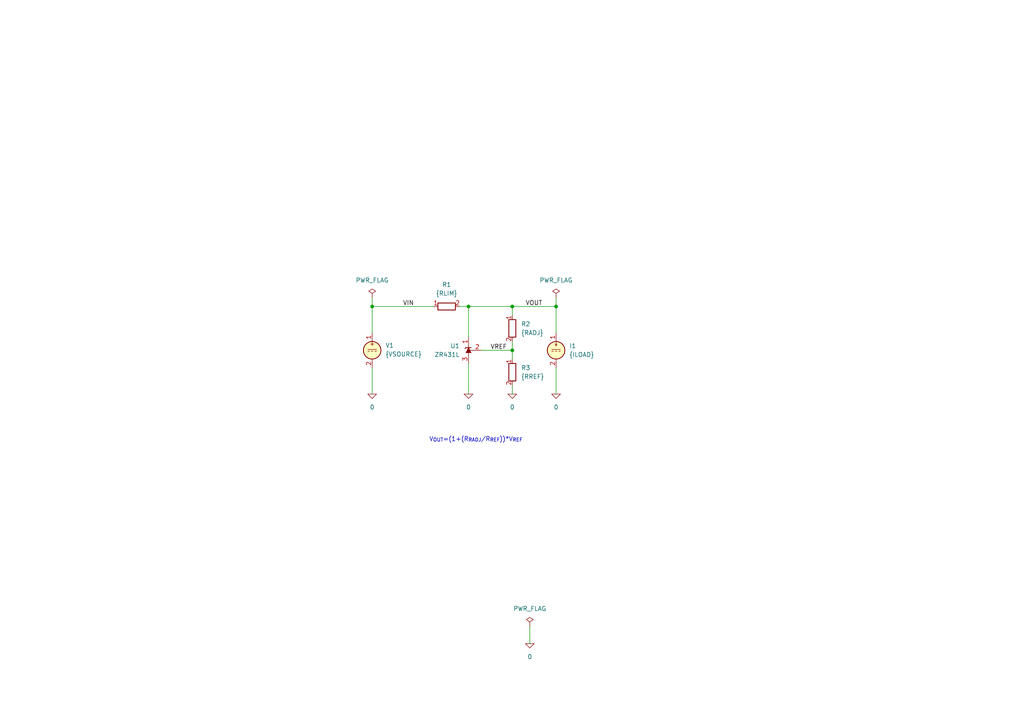
<source format=kicad_sch>
(kicad_sch
	(version 20231120)
	(generator "eeschema")
	(generator_version "8.0")
	(uuid "1e7c1e2c-3b3b-4682-886c-11b8a02d5604")
	(paper "A4")
	(title_block
		(title "Output shunt regulator")
		(date "2024-12-26")
		(rev "2")
		(company "astroelectronic@")
		(comment 1 "-")
		(comment 2 "-")
		(comment 3 "-")
		(comment 4 "AE01020412")
	)
	(lib_symbols
		(symbol "R_1"
			(pin_names
				(offset 0) hide)
			(exclude_from_sim no)
			(in_bom yes)
			(on_board yes)
			(property "Reference" "R"
				(at 2.032 0 90)
				(effects
					(font
						(size 1.27 1.27)
					)
				)
			)
			(property "Value" "R"
				(at 0 0 90)
				(effects
					(font
						(size 1.27 1.27)
					)
				)
			)
			(property "Footprint" ""
				(at -1.778 0 90)
				(effects
					(font
						(size 1.27 1.27)
					)
					(hide yes)
				)
			)
			(property "Datasheet" "~"
				(at 0 0 0)
				(effects
					(font
						(size 1.27 1.27)
					)
					(hide yes)
				)
			)
			(property "Description" "Resistor"
				(at 0 0 0)
				(effects
					(font
						(size 1.27 1.27)
					)
					(hide yes)
				)
			)
			(property "ki_keywords" "R res resistor"
				(at 0 0 0)
				(effects
					(font
						(size 1.27 1.27)
					)
					(hide yes)
				)
			)
			(property "ki_fp_filters" "R_*"
				(at 0 0 0)
				(effects
					(font
						(size 1.27 1.27)
					)
					(hide yes)
				)
			)
			(symbol "R_1_0_1"
				(rectangle
					(start -1.016 -2.54)
					(end 1.016 2.54)
					(stroke
						(width 0.254)
						(type default)
					)
					(fill
						(type none)
					)
				)
			)
			(symbol "R_1_1_1"
				(pin passive line
					(at 0 3.81 270)
					(length 1.27)
					(name "~"
						(effects
							(font
								(size 1.27 1.27)
							)
						)
					)
					(number "1"
						(effects
							(font
								(size 1.27 1.27)
							)
						)
					)
				)
				(pin passive line
					(at 0 -3.81 90)
					(length 1.27)
					(name "~"
						(effects
							(font
								(size 1.27 1.27)
							)
						)
					)
					(number "2"
						(effects
							(font
								(size 1.27 1.27)
							)
						)
					)
				)
			)
		)
		(symbol "R_2"
			(pin_names
				(offset 0) hide)
			(exclude_from_sim no)
			(in_bom yes)
			(on_board yes)
			(property "Reference" "R"
				(at 2.032 0 90)
				(effects
					(font
						(size 1.27 1.27)
					)
				)
			)
			(property "Value" "R"
				(at 0 0 90)
				(effects
					(font
						(size 1.27 1.27)
					)
				)
			)
			(property "Footprint" ""
				(at -1.778 0 90)
				(effects
					(font
						(size 1.27 1.27)
					)
					(hide yes)
				)
			)
			(property "Datasheet" "~"
				(at 0 0 0)
				(effects
					(font
						(size 1.27 1.27)
					)
					(hide yes)
				)
			)
			(property "Description" "Resistor"
				(at 0 0 0)
				(effects
					(font
						(size 1.27 1.27)
					)
					(hide yes)
				)
			)
			(property "ki_keywords" "R res resistor"
				(at 0 0 0)
				(effects
					(font
						(size 1.27 1.27)
					)
					(hide yes)
				)
			)
			(property "ki_fp_filters" "R_*"
				(at 0 0 0)
				(effects
					(font
						(size 1.27 1.27)
					)
					(hide yes)
				)
			)
			(symbol "R_2_0_1"
				(rectangle
					(start -1.016 -2.54)
					(end 1.016 2.54)
					(stroke
						(width 0.254)
						(type default)
					)
					(fill
						(type none)
					)
				)
			)
			(symbol "R_2_1_1"
				(pin passive line
					(at 0 3.81 270)
					(length 1.27)
					(name "~"
						(effects
							(font
								(size 1.27 1.27)
							)
						)
					)
					(number "1"
						(effects
							(font
								(size 1.27 1.27)
							)
						)
					)
				)
				(pin passive line
					(at 0 -3.81 90)
					(length 1.27)
					(name "~"
						(effects
							(font
								(size 1.27 1.27)
							)
						)
					)
					(number "2"
						(effects
							(font
								(size 1.27 1.27)
							)
						)
					)
				)
			)
		)
		(symbol "ZR431L:0"
			(power)
			(pin_names
				(offset 0)
			)
			(exclude_from_sim no)
			(in_bom yes)
			(on_board yes)
			(property "Reference" "#GND"
				(at 0 -2.54 0)
				(effects
					(font
						(size 1.27 1.27)
					)
					(hide yes)
				)
			)
			(property "Value" "0"
				(at 0 -1.778 0)
				(effects
					(font
						(size 1.27 1.27)
					)
				)
			)
			(property "Footprint" ""
				(at 0 0 0)
				(effects
					(font
						(size 1.27 1.27)
					)
					(hide yes)
				)
			)
			(property "Datasheet" "~"
				(at 0 0 0)
				(effects
					(font
						(size 1.27 1.27)
					)
					(hide yes)
				)
			)
			(property "Description" "0V reference potential for simulation"
				(at 0 0 0)
				(effects
					(font
						(size 1.27 1.27)
					)
					(hide yes)
				)
			)
			(property "ki_keywords" "simulation"
				(at 0 0 0)
				(effects
					(font
						(size 1.27 1.27)
					)
					(hide yes)
				)
			)
			(symbol "0_0_1"
				(polyline
					(pts
						(xy -1.27 0) (xy 0 -1.27) (xy 1.27 0) (xy -1.27 0)
					)
					(stroke
						(width 0)
						(type default)
					)
					(fill
						(type none)
					)
				)
			)
			(symbol "0_1_1"
				(pin power_in line
					(at 0 0 0)
					(length 0) hide
					(name "0"
						(effects
							(font
								(size 1.016 1.016)
							)
						)
					)
					(number "1"
						(effects
							(font
								(size 1.016 1.016)
							)
						)
					)
				)
			)
		)
		(symbol "ZR431L:IDC"
			(pin_names
				(offset 0.0254) hide)
			(exclude_from_sim no)
			(in_bom yes)
			(on_board yes)
			(property "Reference" "I"
				(at 2.54 2.54 0)
				(effects
					(font
						(size 1.27 1.27)
					)
					(justify left)
				)
			)
			(property "Value" "1"
				(at 2.54 0 0)
				(effects
					(font
						(size 1.27 1.27)
					)
					(justify left)
				)
			)
			(property "Footprint" ""
				(at 0 0 0)
				(effects
					(font
						(size 1.27 1.27)
					)
					(hide yes)
				)
			)
			(property "Datasheet" "~"
				(at 0 0 0)
				(effects
					(font
						(size 1.27 1.27)
					)
					(hide yes)
				)
			)
			(property "Description" "Current source, DC"
				(at 0 0 0)
				(effects
					(font
						(size 1.27 1.27)
					)
					(hide yes)
				)
			)
			(property "Sim.Pins" "1=+ 2=-"
				(at 0 0 0)
				(effects
					(font
						(size 1.27 1.27)
					)
					(hide yes)
				)
			)
			(property "Sim.Type" "DC"
				(at 0 0 0)
				(effects
					(font
						(size 1.27 1.27)
					)
					(hide yes)
				)
			)
			(property "Sim.Device" "I"
				(at 0 0 0)
				(effects
					(font
						(size 1.27 1.27)
					)
					(justify left)
					(hide yes)
				)
			)
			(property "Spice_Netlist_Enabled" "Y"
				(at 0 0 0)
				(effects
					(font
						(size 1.27 1.27)
					)
					(justify left)
					(hide yes)
				)
			)
			(property "ki_keywords" "simulation"
				(at 0 0 0)
				(effects
					(font
						(size 1.27 1.27)
					)
					(hide yes)
				)
			)
			(symbol "IDC_0_0"
				(polyline
					(pts
						(xy -1.27 0.254) (xy 1.27 0.254)
					)
					(stroke
						(width 0)
						(type default)
					)
					(fill
						(type none)
					)
				)
				(polyline
					(pts
						(xy -0.762 -0.254) (xy -1.27 -0.254)
					)
					(stroke
						(width 0)
						(type default)
					)
					(fill
						(type none)
					)
				)
				(polyline
					(pts
						(xy 0.254 -0.254) (xy -0.254 -0.254)
					)
					(stroke
						(width 0)
						(type default)
					)
					(fill
						(type none)
					)
				)
				(polyline
					(pts
						(xy 1.27 -0.254) (xy 0.762 -0.254)
					)
					(stroke
						(width 0)
						(type default)
					)
					(fill
						(type none)
					)
				)
			)
			(symbol "IDC_0_1"
				(polyline
					(pts
						(xy 0 1.27) (xy 0 2.286)
					)
					(stroke
						(width 0)
						(type default)
					)
					(fill
						(type none)
					)
				)
				(polyline
					(pts
						(xy -0.254 1.778) (xy 0 1.27) (xy 0.254 1.778)
					)
					(stroke
						(width 0)
						(type default)
					)
					(fill
						(type none)
					)
				)
				(circle
					(center 0 0)
					(radius 2.54)
					(stroke
						(width 0.254)
						(type default)
					)
					(fill
						(type background)
					)
				)
			)
			(symbol "IDC_1_1"
				(pin passive line
					(at 0 5.08 270)
					(length 2.54)
					(name "~"
						(effects
							(font
								(size 1.27 1.27)
							)
						)
					)
					(number "1"
						(effects
							(font
								(size 1.27 1.27)
							)
						)
					)
				)
				(pin passive line
					(at 0 -5.08 90)
					(length 2.54)
					(name "~"
						(effects
							(font
								(size 1.27 1.27)
							)
						)
					)
					(number "2"
						(effects
							(font
								(size 1.27 1.27)
							)
						)
					)
				)
			)
		)
		(symbol "ZR431L:PWR_FLAG"
			(power)
			(pin_numbers hide)
			(pin_names
				(offset 0) hide)
			(exclude_from_sim no)
			(in_bom yes)
			(on_board yes)
			(property "Reference" "#FLG"
				(at 0 1.905 0)
				(effects
					(font
						(size 1.27 1.27)
					)
					(hide yes)
				)
			)
			(property "Value" "PWR_FLAG"
				(at 0 3.81 0)
				(effects
					(font
						(size 1.27 1.27)
					)
				)
			)
			(property "Footprint" ""
				(at 0 0 0)
				(effects
					(font
						(size 1.27 1.27)
					)
					(hide yes)
				)
			)
			(property "Datasheet" "~"
				(at 0 0 0)
				(effects
					(font
						(size 1.27 1.27)
					)
					(hide yes)
				)
			)
			(property "Description" "Special symbol for telling ERC where power comes from"
				(at 0 0 0)
				(effects
					(font
						(size 1.27 1.27)
					)
					(hide yes)
				)
			)
			(property "ki_keywords" "power-flag"
				(at 0 0 0)
				(effects
					(font
						(size 1.27 1.27)
					)
					(hide yes)
				)
			)
			(symbol "PWR_FLAG_0_0"
				(pin power_out line
					(at 0 0 90)
					(length 0)
					(name "pwr"
						(effects
							(font
								(size 1.27 1.27)
							)
						)
					)
					(number "1"
						(effects
							(font
								(size 1.27 1.27)
							)
						)
					)
				)
			)
			(symbol "PWR_FLAG_0_1"
				(polyline
					(pts
						(xy 0 0) (xy 0 1.27) (xy -1.016 1.905) (xy 0 2.54) (xy 1.016 1.905) (xy 0 1.27)
					)
					(stroke
						(width 0)
						(type default)
					)
					(fill
						(type none)
					)
				)
			)
		)
		(symbol "ZR431L:R"
			(pin_names
				(offset 0) hide)
			(exclude_from_sim no)
			(in_bom yes)
			(on_board yes)
			(property "Reference" "R"
				(at 2.032 0 90)
				(effects
					(font
						(size 1.27 1.27)
					)
				)
			)
			(property "Value" "R"
				(at 0 0 90)
				(effects
					(font
						(size 1.27 1.27)
					)
				)
			)
			(property "Footprint" ""
				(at -1.778 0 90)
				(effects
					(font
						(size 1.27 1.27)
					)
					(hide yes)
				)
			)
			(property "Datasheet" "~"
				(at 0 0 0)
				(effects
					(font
						(size 1.27 1.27)
					)
					(hide yes)
				)
			)
			(property "Description" "Resistor"
				(at 0 0 0)
				(effects
					(font
						(size 1.27 1.27)
					)
					(hide yes)
				)
			)
			(property "ki_keywords" "R res resistor"
				(at 0 0 0)
				(effects
					(font
						(size 1.27 1.27)
					)
					(hide yes)
				)
			)
			(property "ki_fp_filters" "R_*"
				(at 0 0 0)
				(effects
					(font
						(size 1.27 1.27)
					)
					(hide yes)
				)
			)
			(symbol "R_0_1"
				(rectangle
					(start -1.016 -2.54)
					(end 1.016 2.54)
					(stroke
						(width 0.254)
						(type default)
					)
					(fill
						(type none)
					)
				)
			)
			(symbol "R_1_1"
				(pin passive line
					(at 0 3.81 270)
					(length 1.27)
					(name "~"
						(effects
							(font
								(size 1.27 1.27)
							)
						)
					)
					(number "1"
						(effects
							(font
								(size 1.27 1.27)
							)
						)
					)
				)
				(pin passive line
					(at 0 -3.81 90)
					(length 1.27)
					(name "~"
						(effects
							(font
								(size 1.27 1.27)
							)
						)
					)
					(number "2"
						(effects
							(font
								(size 1.27 1.27)
							)
						)
					)
				)
			)
		)
		(symbol "ZR431L:VDC"
			(pin_names
				(offset 0.0254) hide)
			(exclude_from_sim no)
			(in_bom yes)
			(on_board yes)
			(property "Reference" "V"
				(at 2.54 2.54 0)
				(effects
					(font
						(size 1.27 1.27)
					)
					(justify left)
				)
			)
			(property "Value" "1"
				(at 2.54 0 0)
				(effects
					(font
						(size 1.27 1.27)
					)
					(justify left)
				)
			)
			(property "Footprint" ""
				(at 0 0 0)
				(effects
					(font
						(size 1.27 1.27)
					)
					(hide yes)
				)
			)
			(property "Datasheet" "~"
				(at 0 0 0)
				(effects
					(font
						(size 1.27 1.27)
					)
					(hide yes)
				)
			)
			(property "Description" "Voltage source, DC"
				(at 0 0 0)
				(effects
					(font
						(size 1.27 1.27)
					)
					(hide yes)
				)
			)
			(property "Sim.Pins" "1=+ 2=-"
				(at 0 0 0)
				(effects
					(font
						(size 1.27 1.27)
					)
					(hide yes)
				)
			)
			(property "Sim.Type" "DC"
				(at 0 0 0)
				(effects
					(font
						(size 1.27 1.27)
					)
					(hide yes)
				)
			)
			(property "Sim.Device" "V"
				(at 0 0 0)
				(effects
					(font
						(size 1.27 1.27)
					)
					(justify left)
					(hide yes)
				)
			)
			(property "Spice_Netlist_Enabled" "Y"
				(at 0 0 0)
				(effects
					(font
						(size 1.27 1.27)
					)
					(justify left)
					(hide yes)
				)
			)
			(property "ki_keywords" "simulation"
				(at 0 0 0)
				(effects
					(font
						(size 1.27 1.27)
					)
					(hide yes)
				)
			)
			(symbol "VDC_0_0"
				(polyline
					(pts
						(xy -1.27 0.254) (xy 1.27 0.254)
					)
					(stroke
						(width 0)
						(type default)
					)
					(fill
						(type none)
					)
				)
				(polyline
					(pts
						(xy -0.762 -0.254) (xy -1.27 -0.254)
					)
					(stroke
						(width 0)
						(type default)
					)
					(fill
						(type none)
					)
				)
				(polyline
					(pts
						(xy 0.254 -0.254) (xy -0.254 -0.254)
					)
					(stroke
						(width 0)
						(type default)
					)
					(fill
						(type none)
					)
				)
				(polyline
					(pts
						(xy 1.27 -0.254) (xy 0.762 -0.254)
					)
					(stroke
						(width 0)
						(type default)
					)
					(fill
						(type none)
					)
				)
				(text "+"
					(at 0 1.905 0)
					(effects
						(font
							(size 1.27 1.27)
						)
					)
				)
			)
			(symbol "VDC_0_1"
				(circle
					(center 0 0)
					(radius 2.54)
					(stroke
						(width 0.254)
						(type default)
					)
					(fill
						(type background)
					)
				)
			)
			(symbol "VDC_1_1"
				(pin passive line
					(at 0 5.08 270)
					(length 2.54)
					(name "~"
						(effects
							(font
								(size 1.27 1.27)
							)
						)
					)
					(number "1"
						(effects
							(font
								(size 1.27 1.27)
							)
						)
					)
				)
				(pin passive line
					(at 0 -5.08 90)
					(length 2.54)
					(name "~"
						(effects
							(font
								(size 1.27 1.27)
							)
						)
					)
					(number "2"
						(effects
							(font
								(size 1.27 1.27)
							)
						)
					)
				)
			)
		)
		(symbol "ZR431L:ZR431L"
			(pin_names hide)
			(exclude_from_sim no)
			(in_bom yes)
			(on_board yes)
			(property "Reference" "U"
				(at 0 -2.54 0)
				(effects
					(font
						(size 1.27 1.27)
					)
				)
			)
			(property "Value" "ZR431L"
				(at 0 -4.445 0)
				(effects
					(font
						(size 1.27 1.27)
					)
				)
			)
			(property "Footprint" ""
				(at 0 -6.35 0)
				(effects
					(font
						(size 1.27 1.27)
						(italic yes)
					)
					(hide yes)
				)
			)
			(property "Datasheet" "https://www.diodes.com/assets/Datasheets/ZR431L.pdf"
				(at 0 -6.35 0)
				(effects
					(font
						(size 1.27 1.27)
						(italic yes)
					)
					(hide yes)
				)
			)
			(property "Description" "Shunt Regulator, SOT-23, SOT-223"
				(at 0 0 0)
				(effects
					(font
						(size 1.27 1.27)
					)
					(hide yes)
				)
			)
			(property "ki_keywords" "diode device shunt regulator. Simulation."
				(at 0 0 0)
				(effects
					(font
						(size 1.27 1.27)
					)
					(hide yes)
				)
			)
			(property "ki_fp_filters" "SOIC?8*3.9x4.9mm*P1.27mm*"
				(at 0 0 0)
				(effects
					(font
						(size 1.27 1.27)
					)
					(hide yes)
				)
			)
			(symbol "ZR431L_0_1"
				(polyline
					(pts
						(xy -1.27 0) (xy 0 0) (xy 1.27 0)
					)
					(stroke
						(width 0)
						(type default)
					)
					(fill
						(type none)
					)
				)
				(polyline
					(pts
						(xy -0.762 0.762) (xy 0.762 0) (xy -0.762 -0.762)
					)
					(stroke
						(width 0)
						(type default)
					)
					(fill
						(type outline)
					)
				)
				(polyline
					(pts
						(xy 0.508 -1.016) (xy 0.762 -0.762) (xy 0.762 0.762) (xy 0.762 0.762)
					)
					(stroke
						(width 0.254)
						(type default)
					)
					(fill
						(type none)
					)
				)
			)
			(symbol "ZR431L_1_1"
				(polyline
					(pts
						(xy 0 1.27) (xy 0 0)
					)
					(stroke
						(width 0)
						(type default)
					)
					(fill
						(type none)
					)
				)
				(pin passive line
					(at 3.81 0 180)
					(length 2.54)
					(name "K"
						(effects
							(font
								(size 1.27 1.27)
							)
						)
					)
					(number "1"
						(effects
							(font
								(size 1.27 1.27)
							)
						)
					)
				)
				(pin passive line
					(at 0 3.81 270)
					(length 2.54)
					(name "REF"
						(effects
							(font
								(size 1.27 1.27)
							)
						)
					)
					(number "2"
						(effects
							(font
								(size 1.27 1.27)
							)
						)
					)
				)
				(pin passive line
					(at -3.81 0 0)
					(length 2.54)
					(name "A"
						(effects
							(font
								(size 1.27 1.27)
							)
						)
					)
					(number "3"
						(effects
							(font
								(size 1.27 1.27)
							)
						)
					)
				)
			)
		)
	)
	(junction
		(at 135.89 88.9)
		(diameter 0)
		(color 0 0 0 0)
		(uuid "23d0f7da-8034-463c-a9da-a41529b507a9")
	)
	(junction
		(at 107.95 88.9)
		(diameter 0)
		(color 0 0 0 0)
		(uuid "336a90f2-664f-4632-8cca-82fba2b6f845")
	)
	(junction
		(at 148.59 88.9)
		(diameter 0)
		(color 0 0 0 0)
		(uuid "5febab66-59b2-481e-9f20-b4e92d0d7c50")
	)
	(junction
		(at 161.29 88.9)
		(diameter 0)
		(color 0 0 0 0)
		(uuid "e0e68ce9-e915-43f8-b76e-1ed988ceda9d")
	)
	(junction
		(at 148.59 101.6)
		(diameter 0)
		(color 0 0 0 0)
		(uuid "e5bfcfef-4a98-4265-9acd-6cea09e213f7")
	)
	(wire
		(pts
			(xy 161.29 106.68) (xy 161.29 114.3)
		)
		(stroke
			(width 0)
			(type default)
		)
		(uuid "0321bad2-9b19-41d9-af10-767c31fc6a13")
	)
	(wire
		(pts
			(xy 135.89 88.9) (xy 148.59 88.9)
		)
		(stroke
			(width 0)
			(type default)
		)
		(uuid "215d0783-d995-44a3-b052-2c6f83a64a4b")
	)
	(wire
		(pts
			(xy 161.29 86.36) (xy 161.29 88.9)
		)
		(stroke
			(width 0)
			(type default)
		)
		(uuid "3911c4da-672d-4d1f-ac7e-33660cb0c008")
	)
	(wire
		(pts
			(xy 161.29 88.9) (xy 148.59 88.9)
		)
		(stroke
			(width 0)
			(type default)
		)
		(uuid "4c8b6998-09ea-4e4e-923f-51e54a599fbf")
	)
	(wire
		(pts
			(xy 107.95 106.68) (xy 107.95 114.3)
		)
		(stroke
			(width 0)
			(type default)
		)
		(uuid "508d25d5-6748-4044-9d79-8c198e80f67b")
	)
	(wire
		(pts
			(xy 148.59 101.6) (xy 148.59 104.14)
		)
		(stroke
			(width 0)
			(type default)
		)
		(uuid "51044f7b-2afc-4b99-ae2e-00a07116c3ff")
	)
	(wire
		(pts
			(xy 148.59 101.6) (xy 148.59 99.06)
		)
		(stroke
			(width 0)
			(type default)
		)
		(uuid "6965cbb1-252c-4c32-9a56-9e7713ed099d")
	)
	(wire
		(pts
			(xy 148.59 88.9) (xy 148.59 91.44)
		)
		(stroke
			(width 0)
			(type default)
		)
		(uuid "6cde6c15-ba90-45ea-b6f2-5bac5bc8606b")
	)
	(wire
		(pts
			(xy 107.95 88.9) (xy 125.73 88.9)
		)
		(stroke
			(width 0)
			(type default)
		)
		(uuid "6eaa0be0-6c89-4bcc-8b81-e07de7c3f0a0")
	)
	(wire
		(pts
			(xy 139.7 101.6) (xy 148.59 101.6)
		)
		(stroke
			(width 0)
			(type default)
		)
		(uuid "86d8edb8-c410-40ef-837a-c2ddf123f8a0")
	)
	(wire
		(pts
			(xy 107.95 86.36) (xy 107.95 88.9)
		)
		(stroke
			(width 0)
			(type default)
		)
		(uuid "a86a10c3-cab0-4f90-82e0-6e5c8749737d")
	)
	(wire
		(pts
			(xy 148.59 111.76) (xy 148.59 114.3)
		)
		(stroke
			(width 0)
			(type default)
		)
		(uuid "c6b2a491-8ae1-4688-b69c-c7800d4179d5")
	)
	(wire
		(pts
			(xy 135.89 88.9) (xy 135.89 97.79)
		)
		(stroke
			(width 0)
			(type default)
		)
		(uuid "cc067578-b4fa-4ddb-bd9a-86e17d829706")
	)
	(wire
		(pts
			(xy 135.89 105.41) (xy 135.89 114.3)
		)
		(stroke
			(width 0)
			(type default)
		)
		(uuid "d20e8533-bb44-495d-995b-7805f52a355a")
	)
	(wire
		(pts
			(xy 161.29 96.52) (xy 161.29 88.9)
		)
		(stroke
			(width 0)
			(type default)
		)
		(uuid "e0b10ffa-313f-467e-a799-f1f62e0da9d0")
	)
	(wire
		(pts
			(xy 153.67 181.61) (xy 153.67 186.69)
		)
		(stroke
			(width 0)
			(type default)
		)
		(uuid "e8e50524-5d92-4bb3-94f5-f17b9ef3ac89")
	)
	(wire
		(pts
			(xy 107.95 88.9) (xy 107.95 96.52)
		)
		(stroke
			(width 0)
			(type default)
		)
		(uuid "f0066e1d-540a-4f76-8d11-9a217b75f9bd")
	)
	(wire
		(pts
			(xy 135.89 88.9) (xy 133.35 88.9)
		)
		(stroke
			(width 0)
			(type default)
		)
		(uuid "f8b067d3-6f87-44a0-840d-28a91152de9b")
	)
	(text "V_{OUT}=(1+(R_{RADJ}/R_{REF}))*V_{REF}"
		(exclude_from_sim no)
		(at 124.46 128.27 0)
		(effects
			(font
				(size 1.27 1.27)
			)
			(justify left bottom)
		)
		(uuid "ccd4da1f-9c6f-4cd8-984d-e78a1b9c582d")
	)
	(label "VREF"
		(at 142.24 101.6 0)
		(fields_autoplaced yes)
		(effects
			(font
				(size 1.27 1.27)
			)
			(justify left bottom)
		)
		(uuid "0c6813c9-44fb-4e67-a81d-1dd28c2e51ca")
	)
	(label "VIN"
		(at 116.84 88.9 0)
		(fields_autoplaced yes)
		(effects
			(font
				(size 1.27 1.27)
			)
			(justify left bottom)
		)
		(uuid "0ccd7bac-cdb2-4a68-a2e0-c4fbe09f904d")
	)
	(label "VOUT"
		(at 152.4 88.9 0)
		(fields_autoplaced yes)
		(effects
			(font
				(size 1.27 1.27)
			)
			(justify left bottom)
		)
		(uuid "84213ffe-2d82-477d-96e6-6fbc6744adf8")
	)
	(symbol
		(lib_id "ZR431L:R")
		(at 148.59 107.95 0)
		(unit 1)
		(exclude_from_sim no)
		(in_bom yes)
		(on_board yes)
		(dnp no)
		(fields_autoplaced yes)
		(uuid "075cde2f-6f67-4e9e-8801-4b794c6a2f60")
		(property "Reference" "R3"
			(at 151.13 106.6799 0)
			(effects
				(font
					(size 1.27 1.27)
				)
				(justify left)
			)
		)
		(property "Value" "{RREF}"
			(at 151.13 109.2199 0)
			(effects
				(font
					(size 1.27 1.27)
				)
				(justify left)
			)
		)
		(property "Footprint" ""
			(at 146.812 107.95 90)
			(effects
				(font
					(size 1.27 1.27)
				)
				(hide yes)
			)
		)
		(property "Datasheet" "~"
			(at 148.59 107.95 0)
			(effects
				(font
					(size 1.27 1.27)
				)
				(hide yes)
			)
		)
		(property "Description" ""
			(at 148.59 107.95 0)
			(effects
				(font
					(size 1.27 1.27)
				)
				(hide yes)
			)
		)
		(pin "1"
			(uuid "f5af63e5-7bba-4200-b81c-6d6f595d1956")
		)
		(pin "2"
			(uuid "98bcc999-d585-4cf2-b3d5-355986694e7b")
		)
		(instances
			(project ""
				(path "/1e7c1e2c-3b3b-4682-886c-11b8a02d5604"
					(reference "R3")
					(unit 1)
				)
			)
		)
	)
	(symbol
		(lib_name "R_1")
		(lib_id "ZR431L:R_1")
		(at 129.54 88.9 90)
		(unit 1)
		(exclude_from_sim no)
		(in_bom yes)
		(on_board yes)
		(dnp no)
		(fields_autoplaced yes)
		(uuid "088b7fb5-d0e8-4ccf-8df6-eb81aab07f47")
		(property "Reference" "R1"
			(at 129.54 82.55 90)
			(effects
				(font
					(size 1.27 1.27)
				)
			)
		)
		(property "Value" "{RLIM}"
			(at 129.54 85.09 90)
			(effects
				(font
					(size 1.27 1.27)
				)
			)
		)
		(property "Footprint" ""
			(at 129.54 90.678 90)
			(effects
				(font
					(size 1.27 1.27)
				)
				(hide yes)
			)
		)
		(property "Datasheet" "~"
			(at 129.54 88.9 0)
			(effects
				(font
					(size 1.27 1.27)
				)
				(hide yes)
			)
		)
		(property "Description" ""
			(at 129.54 88.9 0)
			(effects
				(font
					(size 1.27 1.27)
				)
				(hide yes)
			)
		)
		(pin "1"
			(uuid "4d50fa86-570f-4ec7-8b57-ae1392113ad0")
		)
		(pin "2"
			(uuid "8a83eca8-fcaf-4b68-8a0b-6eae36d32d98")
		)
		(instances
			(project ""
				(path "/1e7c1e2c-3b3b-4682-886c-11b8a02d5604"
					(reference "R1")
					(unit 1)
				)
			)
		)
	)
	(symbol
		(lib_id "ZR431L:0")
		(at 135.89 114.3 0)
		(unit 1)
		(exclude_from_sim no)
		(in_bom yes)
		(on_board yes)
		(dnp no)
		(fields_autoplaced yes)
		(uuid "1f57e0b1-9d4c-470b-9506-30f90f849962")
		(property "Reference" "#GND0101"
			(at 135.89 116.84 0)
			(effects
				(font
					(size 1.27 1.27)
				)
				(hide yes)
			)
		)
		(property "Value" "0"
			(at 135.89 118.11 0)
			(effects
				(font
					(size 1.27 1.27)
				)
			)
		)
		(property "Footprint" ""
			(at 135.89 114.3 0)
			(effects
				(font
					(size 1.27 1.27)
				)
				(hide yes)
			)
		)
		(property "Datasheet" "~"
			(at 135.89 114.3 0)
			(effects
				(font
					(size 1.27 1.27)
				)
				(hide yes)
			)
		)
		(property "Description" ""
			(at 135.89 114.3 0)
			(effects
				(font
					(size 1.27 1.27)
				)
				(hide yes)
			)
		)
		(pin "1"
			(uuid "1f3afeaa-058e-4106-89fa-ff57c74e1d3c")
		)
		(instances
			(project ""
				(path "/1e7c1e2c-3b3b-4682-886c-11b8a02d5604"
					(reference "#GND0101")
					(unit 1)
				)
			)
		)
	)
	(symbol
		(lib_id "ZR431L:0")
		(at 107.95 114.3 0)
		(unit 1)
		(exclude_from_sim no)
		(in_bom yes)
		(on_board yes)
		(dnp no)
		(fields_autoplaced yes)
		(uuid "41b938df-df3a-4087-b28b-2717c6d965ee")
		(property "Reference" "#GND0105"
			(at 107.95 116.84 0)
			(effects
				(font
					(size 1.27 1.27)
				)
				(hide yes)
			)
		)
		(property "Value" "0"
			(at 107.95 118.11 0)
			(effects
				(font
					(size 1.27 1.27)
				)
			)
		)
		(property "Footprint" ""
			(at 107.95 114.3 0)
			(effects
				(font
					(size 1.27 1.27)
				)
				(hide yes)
			)
		)
		(property "Datasheet" "~"
			(at 107.95 114.3 0)
			(effects
				(font
					(size 1.27 1.27)
				)
				(hide yes)
			)
		)
		(property "Description" ""
			(at 107.95 114.3 0)
			(effects
				(font
					(size 1.27 1.27)
				)
				(hide yes)
			)
		)
		(pin "1"
			(uuid "20f7ebe3-c76b-4b94-9177-0cbf83cf5b6a")
		)
		(instances
			(project ""
				(path "/1e7c1e2c-3b3b-4682-886c-11b8a02d5604"
					(reference "#GND0105")
					(unit 1)
				)
			)
		)
	)
	(symbol
		(lib_id "ZR431L:0")
		(at 153.67 186.69 0)
		(unit 1)
		(exclude_from_sim no)
		(in_bom yes)
		(on_board yes)
		(dnp no)
		(fields_autoplaced yes)
		(uuid "4cb259d9-5703-48b2-aaaa-e5b88ec54867")
		(property "Reference" "#GND0104"
			(at 153.67 189.23 0)
			(effects
				(font
					(size 1.27 1.27)
				)
				(hide yes)
			)
		)
		(property "Value" "0"
			(at 153.67 190.5 0)
			(effects
				(font
					(size 1.27 1.27)
				)
			)
		)
		(property "Footprint" ""
			(at 153.67 186.69 0)
			(effects
				(font
					(size 1.27 1.27)
				)
				(hide yes)
			)
		)
		(property "Datasheet" "~"
			(at 153.67 186.69 0)
			(effects
				(font
					(size 1.27 1.27)
				)
				(hide yes)
			)
		)
		(property "Description" ""
			(at 153.67 186.69 0)
			(effects
				(font
					(size 1.27 1.27)
				)
				(hide yes)
			)
		)
		(pin "1"
			(uuid "c4747220-e886-4331-a1e0-265be97fc370")
		)
		(instances
			(project ""
				(path "/1e7c1e2c-3b3b-4682-886c-11b8a02d5604"
					(reference "#GND0104")
					(unit 1)
				)
			)
		)
	)
	(symbol
		(lib_id "ZR431L:IDC")
		(at 161.29 101.6 0)
		(unit 1)
		(exclude_from_sim no)
		(in_bom yes)
		(on_board yes)
		(dnp no)
		(fields_autoplaced yes)
		(uuid "5d959b79-7c6b-4fef-9d19-bd7867f32600")
		(property "Reference" "I1"
			(at 165.1 100.3299 0)
			(effects
				(font
					(size 1.27 1.27)
				)
				(justify left)
			)
		)
		(property "Value" "{ILOAD}"
			(at 165.1 102.8699 0)
			(effects
				(font
					(size 1.27 1.27)
				)
				(justify left)
			)
		)
		(property "Footprint" ""
			(at 161.29 101.6 0)
			(effects
				(font
					(size 1.27 1.27)
				)
				(hide yes)
			)
		)
		(property "Datasheet" "~"
			(at 161.29 101.6 0)
			(effects
				(font
					(size 1.27 1.27)
				)
				(hide yes)
			)
		)
		(property "Description" ""
			(at 161.29 101.6 0)
			(effects
				(font
					(size 1.27 1.27)
				)
				(hide yes)
			)
		)
		(property "Sim.Device" "SPICE"
			(at 161.29 101.6 0)
			(effects
				(font
					(size 1.27 1.27)
				)
				(justify left)
				(hide yes)
			)
		)
		(property "Sim.Params" "type=\"I\" model=\"{ILOAD}\" lib=\"\""
			(at 0 0 0)
			(effects
				(font
					(size 1.27 1.27)
				)
				(hide yes)
			)
		)
		(property "Sim.Pins" "1=1 2=2"
			(at 0 0 0)
			(effects
				(font
					(size 1.27 1.27)
				)
				(hide yes)
			)
		)
		(pin "1"
			(uuid "d538a484-d5c8-4724-80a3-34e0eae26c37")
		)
		(pin "2"
			(uuid "76178952-9295-4a84-98f0-98a1539ac620")
		)
		(instances
			(project ""
				(path "/1e7c1e2c-3b3b-4682-886c-11b8a02d5604"
					(reference "I1")
					(unit 1)
				)
			)
		)
	)
	(symbol
		(lib_id "ZR431L:PWR_FLAG")
		(at 107.95 86.36 0)
		(unit 1)
		(exclude_from_sim no)
		(in_bom yes)
		(on_board yes)
		(dnp no)
		(fields_autoplaced yes)
		(uuid "612fbbda-2e54-4829-90af-e7d8b613e9ff")
		(property "Reference" "#FLG0101"
			(at 107.95 84.455 0)
			(effects
				(font
					(size 1.27 1.27)
				)
				(hide yes)
			)
		)
		(property "Value" "PWR_FLAG"
			(at 107.95 81.28 0)
			(effects
				(font
					(size 1.27 1.27)
				)
			)
		)
		(property "Footprint" ""
			(at 107.95 86.36 0)
			(effects
				(font
					(size 1.27 1.27)
				)
				(hide yes)
			)
		)
		(property "Datasheet" "~"
			(at 107.95 86.36 0)
			(effects
				(font
					(size 1.27 1.27)
				)
				(hide yes)
			)
		)
		(property "Description" ""
			(at 107.95 86.36 0)
			(effects
				(font
					(size 1.27 1.27)
				)
				(hide yes)
			)
		)
		(pin "1"
			(uuid "a94a3d29-b24a-417d-b096-fd7329b3655d")
		)
		(instances
			(project ""
				(path "/1e7c1e2c-3b3b-4682-886c-11b8a02d5604"
					(reference "#FLG0101")
					(unit 1)
				)
			)
		)
	)
	(symbol
		(lib_id "ZR431L:VDC")
		(at 107.95 101.6 0)
		(unit 1)
		(exclude_from_sim no)
		(in_bom yes)
		(on_board yes)
		(dnp no)
		(fields_autoplaced yes)
		(uuid "8fa7c268-3617-4662-8a90-c7d8577dd6e8")
		(property "Reference" "V1"
			(at 111.76 100.2001 0)
			(effects
				(font
					(size 1.27 1.27)
				)
				(justify left)
			)
		)
		(property "Value" "{VSOURCE}"
			(at 111.76 102.7401 0)
			(effects
				(font
					(size 1.27 1.27)
				)
				(justify left)
			)
		)
		(property "Footprint" ""
			(at 107.95 101.6 0)
			(effects
				(font
					(size 1.27 1.27)
				)
				(hide yes)
			)
		)
		(property "Datasheet" "~"
			(at 107.95 101.6 0)
			(effects
				(font
					(size 1.27 1.27)
				)
				(hide yes)
			)
		)
		(property "Description" ""
			(at 107.95 101.6 0)
			(effects
				(font
					(size 1.27 1.27)
				)
				(hide yes)
			)
		)
		(property "Sim.Device" "SPICE"
			(at 107.95 101.6 0)
			(effects
				(font
					(size 1.27 1.27)
				)
				(justify left)
				(hide yes)
			)
		)
		(property "Sim.Params" "type=\"V\" model=\"{VSOURCE}\" lib=\"\""
			(at 0 0 0)
			(effects
				(font
					(size 1.27 1.27)
				)
				(hide yes)
			)
		)
		(property "Sim.Pins" "1=1 2=2"
			(at 0 0 0)
			(effects
				(font
					(size 1.27 1.27)
				)
				(hide yes)
			)
		)
		(pin "1"
			(uuid "b7c8aae5-eb43-4622-a93f-7f475fb5fce7")
		)
		(pin "2"
			(uuid "67149504-ed53-421a-a9c5-b4310e40aaf6")
		)
		(instances
			(project ""
				(path "/1e7c1e2c-3b3b-4682-886c-11b8a02d5604"
					(reference "V1")
					(unit 1)
				)
			)
		)
	)
	(symbol
		(lib_id "ZR431L:PWR_FLAG")
		(at 153.67 181.61 0)
		(unit 1)
		(exclude_from_sim no)
		(in_bom yes)
		(on_board yes)
		(dnp no)
		(fields_autoplaced yes)
		(uuid "ac6d1a28-f74e-4e3c-a055-e46b8e7c48d4")
		(property "Reference" "#FLG0103"
			(at 153.67 179.705 0)
			(effects
				(font
					(size 1.27 1.27)
				)
				(hide yes)
			)
		)
		(property "Value" "PWR_FLAG"
			(at 153.67 176.53 0)
			(effects
				(font
					(size 1.27 1.27)
				)
			)
		)
		(property "Footprint" ""
			(at 153.67 181.61 0)
			(effects
				(font
					(size 1.27 1.27)
				)
				(hide yes)
			)
		)
		(property "Datasheet" "~"
			(at 153.67 181.61 0)
			(effects
				(font
					(size 1.27 1.27)
				)
				(hide yes)
			)
		)
		(property "Description" ""
			(at 153.67 181.61 0)
			(effects
				(font
					(size 1.27 1.27)
				)
				(hide yes)
			)
		)
		(pin "1"
			(uuid "015c18f5-97b5-4965-8808-3873b5936c5e")
		)
		(instances
			(project ""
				(path "/1e7c1e2c-3b3b-4682-886c-11b8a02d5604"
					(reference "#FLG0103")
					(unit 1)
				)
			)
		)
	)
	(symbol
		(lib_id "ZR431L:ZR431L")
		(at 135.89 101.6 270)
		(mirror x)
		(unit 1)
		(exclude_from_sim no)
		(in_bom yes)
		(on_board yes)
		(dnp no)
		(fields_autoplaced yes)
		(uuid "b19d69ad-14e5-41d3-a279-807b9620439b")
		(property "Reference" "U1"
			(at 133.35 100.3299 90)
			(effects
				(font
					(size 1.27 1.27)
				)
				(justify right)
			)
		)
		(property "Value" "ZR431L"
			(at 133.35 102.8699 90)
			(effects
				(font
					(size 1.27 1.27)
				)
				(justify right)
			)
		)
		(property "Footprint" ""
			(at 129.54 101.6 0)
			(effects
				(font
					(size 1.27 1.27)
					(italic yes)
				)
				(hide yes)
			)
		)
		(property "Datasheet" "https://www.diodes.com/assets/Datasheets/ZR431L.pdf"
			(at 129.54 101.6 0)
			(effects
				(font
					(size 1.27 1.27)
					(italic yes)
				)
				(hide yes)
			)
		)
		(property "Description" ""
			(at 135.89 101.6 0)
			(effects
				(font
					(size 1.27 1.27)
				)
				(hide yes)
			)
		)
		(property "Sim.Device" "SUBCKT"
			(at 135.89 101.6 0)
			(effects
				(font
					(size 1.27 1.27)
				)
				(hide yes)
			)
		)
		(property "Sim.Pins" "1=1 2=2 3=3"
			(at 0 0 0)
			(effects
				(font
					(size 1.27 1.27)
				)
				(hide yes)
			)
		)
		(property "Sim.Library" "C:\\AE\\ZR431L\\_models\\ZR431L.spice.txt"
			(at 135.89 101.6 0)
			(effects
				(font
					(size 1.27 1.27)
				)
				(hide yes)
			)
		)
		(property "Sim.Name" "ZR431L"
			(at 135.89 101.6 0)
			(effects
				(font
					(size 1.27 1.27)
				)
				(hide yes)
			)
		)
		(pin "1"
			(uuid "609996c7-64ff-4d5e-8aaa-c95684613ad3")
		)
		(pin "2"
			(uuid "a742ad34-9ada-488f-991f-66ae153913f1")
		)
		(pin "3"
			(uuid "c8c8f318-b28d-4122-8848-5588f4df9f00")
		)
		(instances
			(project ""
				(path "/1e7c1e2c-3b3b-4682-886c-11b8a02d5604"
					(reference "U1")
					(unit 1)
				)
			)
		)
	)
	(symbol
		(lib_id "ZR431L:0")
		(at 148.59 114.3 0)
		(unit 1)
		(exclude_from_sim no)
		(in_bom yes)
		(on_board yes)
		(dnp no)
		(fields_autoplaced yes)
		(uuid "c4b82b81-99d7-47be-8671-27a5623bae3b")
		(property "Reference" "#GND0103"
			(at 148.59 116.84 0)
			(effects
				(font
					(size 1.27 1.27)
				)
				(hide yes)
			)
		)
		(property "Value" "0"
			(at 148.59 118.11 0)
			(effects
				(font
					(size 1.27 1.27)
				)
			)
		)
		(property "Footprint" ""
			(at 148.59 114.3 0)
			(effects
				(font
					(size 1.27 1.27)
				)
				(hide yes)
			)
		)
		(property "Datasheet" "~"
			(at 148.59 114.3 0)
			(effects
				(font
					(size 1.27 1.27)
				)
				(hide yes)
			)
		)
		(property "Description" ""
			(at 148.59 114.3 0)
			(effects
				(font
					(size 1.27 1.27)
				)
				(hide yes)
			)
		)
		(pin "1"
			(uuid "eb5f5a7d-f87d-44c3-974c-ce372f598936")
		)
		(instances
			(project ""
				(path "/1e7c1e2c-3b3b-4682-886c-11b8a02d5604"
					(reference "#GND0103")
					(unit 1)
				)
			)
		)
	)
	(symbol
		(lib_id "ZR431L:0")
		(at 161.29 114.3 0)
		(unit 1)
		(exclude_from_sim no)
		(in_bom yes)
		(on_board yes)
		(dnp no)
		(fields_autoplaced yes)
		(uuid "caba3392-8484-4da5-bd86-57c4cec23b40")
		(property "Reference" "#GND0102"
			(at 161.29 116.84 0)
			(effects
				(font
					(size 1.27 1.27)
				)
				(hide yes)
			)
		)
		(property "Value" "0"
			(at 161.29 118.11 0)
			(effects
				(font
					(size 1.27 1.27)
				)
			)
		)
		(property "Footprint" ""
			(at 161.29 114.3 0)
			(effects
				(font
					(size 1.27 1.27)
				)
				(hide yes)
			)
		)
		(property "Datasheet" "~"
			(at 161.29 114.3 0)
			(effects
				(font
					(size 1.27 1.27)
				)
				(hide yes)
			)
		)
		(property "Description" ""
			(at 161.29 114.3 0)
			(effects
				(font
					(size 1.27 1.27)
				)
				(hide yes)
			)
		)
		(pin "1"
			(uuid "91e7bdd2-2c1d-4d37-9982-18301d8a985a")
		)
		(instances
			(project ""
				(path "/1e7c1e2c-3b3b-4682-886c-11b8a02d5604"
					(reference "#GND0102")
					(unit 1)
				)
			)
		)
	)
	(symbol
		(lib_name "R_2")
		(lib_id "ZR431L:R_2")
		(at 148.59 95.25 0)
		(unit 1)
		(exclude_from_sim no)
		(in_bom yes)
		(on_board yes)
		(dnp no)
		(fields_autoplaced yes)
		(uuid "d93ea53a-c926-4c87-8dc6-e24765e5cad6")
		(property "Reference" "R2"
			(at 151.13 93.9799 0)
			(effects
				(font
					(size 1.27 1.27)
				)
				(justify left)
			)
		)
		(property "Value" "{RADJ}"
			(at 151.13 96.5199 0)
			(effects
				(font
					(size 1.27 1.27)
				)
				(justify left)
			)
		)
		(property "Footprint" ""
			(at 146.812 95.25 90)
			(effects
				(font
					(size 1.27 1.27)
				)
				(hide yes)
			)
		)
		(property "Datasheet" "~"
			(at 148.59 95.25 0)
			(effects
				(font
					(size 1.27 1.27)
				)
				(hide yes)
			)
		)
		(property "Description" ""
			(at 148.59 95.25 0)
			(effects
				(font
					(size 1.27 1.27)
				)
				(hide yes)
			)
		)
		(pin "1"
			(uuid "8783c0e7-c2c5-46b6-9de5-4c1d03a0a270")
		)
		(pin "2"
			(uuid "df32d656-927b-4619-8ecd-a9fc92fab3ef")
		)
		(instances
			(project ""
				(path "/1e7c1e2c-3b3b-4682-886c-11b8a02d5604"
					(reference "R2")
					(unit 1)
				)
			)
		)
	)
	(symbol
		(lib_id "ZR431L:PWR_FLAG")
		(at 161.29 86.36 0)
		(unit 1)
		(exclude_from_sim no)
		(in_bom yes)
		(on_board yes)
		(dnp no)
		(fields_autoplaced yes)
		(uuid "f7c99839-83f8-4f90-8353-0c689ea8110f")
		(property "Reference" "#FLG0102"
			(at 161.29 84.455 0)
			(effects
				(font
					(size 1.27 1.27)
				)
				(hide yes)
			)
		)
		(property "Value" "PWR_FLAG"
			(at 161.29 81.28 0)
			(effects
				(font
					(size 1.27 1.27)
				)
			)
		)
		(property "Footprint" ""
			(at 161.29 86.36 0)
			(effects
				(font
					(size 1.27 1.27)
				)
				(hide yes)
			)
		)
		(property "Datasheet" "~"
			(at 161.29 86.36 0)
			(effects
				(font
					(size 1.27 1.27)
				)
				(hide yes)
			)
		)
		(property "Description" ""
			(at 161.29 86.36 0)
			(effects
				(font
					(size 1.27 1.27)
				)
				(hide yes)
			)
		)
		(pin "1"
			(uuid "b94b125f-3e18-4886-ae70-6031d087543e")
		)
		(instances
			(project ""
				(path "/1e7c1e2c-3b3b-4682-886c-11b8a02d5604"
					(reference "#FLG0102")
					(unit 1)
				)
			)
		)
	)
	(sheet_instances
		(path "/"
			(page "1")
		)
	)
)

</source>
